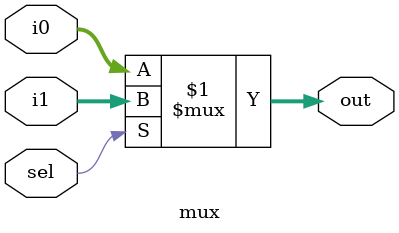
<source format=v>
/*******************************************************************
*
* Module: mux.v
* Project: Single Cycle RISC-V Processor
* Author: Omar Miniesy - Ziad Miniesy
* Description: two input multiplexer.
*
**********************************************************************/

`timescale 1ns / 1ps


module mux # (parameter  N= 32)(
input [N-1:0] i0,
input [N-1:0] i1,
input sel,
output [N-1:0] out
);
    assign out = sel ? i1:i0 ;
endmodule

</source>
